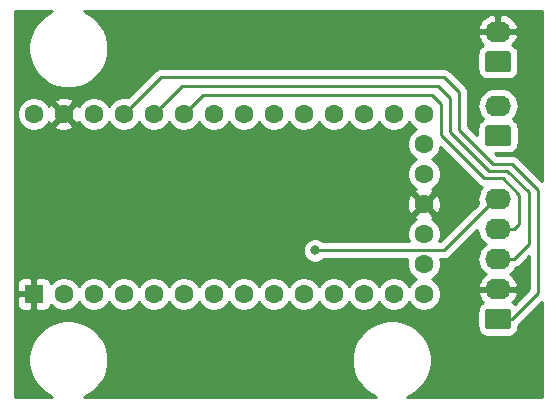
<source format=gtl>
G04 #@! TF.GenerationSoftware,KiCad,Pcbnew,5.1.2*
G04 #@! TF.CreationDate,2019-05-29T15:55:21-05:00*
G04 #@! TF.ProjectId,VaneController,56616e65-436f-46e7-9472-6f6c6c65722e,rev?*
G04 #@! TF.SameCoordinates,Original*
G04 #@! TF.FileFunction,Copper,L1,Top*
G04 #@! TF.FilePolarity,Positive*
%FSLAX46Y46*%
G04 Gerber Fmt 4.6, Leading zero omitted, Abs format (unit mm)*
G04 Created by KiCad (PCBNEW 5.1.2) date 2019-05-29 15:55:21*
%MOMM*%
%LPD*%
G04 APERTURE LIST*
%ADD10C,1.600000*%
%ADD11R,1.600000X1.600000*%
%ADD12C,0.100000*%
%ADD13C,1.740000*%
%ADD14O,2.200000X1.740000*%
%ADD15C,0.800000*%
%ADD16C,0.250000*%
%ADD17C,0.254000*%
G04 APERTURE END LIST*
D10*
X183717001Y-57987001D03*
X183717001Y-55447001D03*
X183717001Y-52907001D03*
X183717001Y-50367001D03*
X183717001Y-60527001D03*
X183717001Y-63067001D03*
X183717001Y-65607001D03*
X181177001Y-50367001D03*
X178637001Y-50367001D03*
X176097001Y-50367001D03*
X173557001Y-50367001D03*
X171017001Y-50367001D03*
X168477001Y-50367001D03*
X165937001Y-50367001D03*
X163397001Y-50367001D03*
X160857001Y-50367001D03*
X158317001Y-50367001D03*
X155777001Y-50367001D03*
X153237001Y-50367001D03*
X150697001Y-50367001D03*
X181177001Y-65607001D03*
X178637001Y-65607001D03*
X176097001Y-65607001D03*
X173557001Y-65607001D03*
X171017001Y-65607001D03*
X168477001Y-65607001D03*
X165937001Y-65607001D03*
X163397001Y-65607001D03*
X160857001Y-65607001D03*
X158317001Y-65607001D03*
X155777001Y-65607001D03*
X153237001Y-65607001D03*
D11*
X150697001Y-65607001D03*
D12*
G36*
X190866505Y-45071204D02*
G01*
X190890773Y-45074804D01*
X190914572Y-45080765D01*
X190937671Y-45089030D01*
X190959850Y-45099520D01*
X190980893Y-45112132D01*
X191000599Y-45126747D01*
X191018777Y-45143223D01*
X191035253Y-45161401D01*
X191049868Y-45181107D01*
X191062480Y-45202150D01*
X191072970Y-45224329D01*
X191081235Y-45247428D01*
X191087196Y-45271227D01*
X191090796Y-45295495D01*
X191092000Y-45319999D01*
X191092000Y-46560001D01*
X191090796Y-46584505D01*
X191087196Y-46608773D01*
X191081235Y-46632572D01*
X191072970Y-46655671D01*
X191062480Y-46677850D01*
X191049868Y-46698893D01*
X191035253Y-46718599D01*
X191018777Y-46736777D01*
X191000599Y-46753253D01*
X190980893Y-46767868D01*
X190959850Y-46780480D01*
X190937671Y-46790970D01*
X190914572Y-46799235D01*
X190890773Y-46805196D01*
X190866505Y-46808796D01*
X190842001Y-46810000D01*
X189141999Y-46810000D01*
X189117495Y-46808796D01*
X189093227Y-46805196D01*
X189069428Y-46799235D01*
X189046329Y-46790970D01*
X189024150Y-46780480D01*
X189003107Y-46767868D01*
X188983401Y-46753253D01*
X188965223Y-46736777D01*
X188948747Y-46718599D01*
X188934132Y-46698893D01*
X188921520Y-46677850D01*
X188911030Y-46655671D01*
X188902765Y-46632572D01*
X188896804Y-46608773D01*
X188893204Y-46584505D01*
X188892000Y-46560001D01*
X188892000Y-45319999D01*
X188893204Y-45295495D01*
X188896804Y-45271227D01*
X188902765Y-45247428D01*
X188911030Y-45224329D01*
X188921520Y-45202150D01*
X188934132Y-45181107D01*
X188948747Y-45161401D01*
X188965223Y-45143223D01*
X188983401Y-45126747D01*
X189003107Y-45112132D01*
X189024150Y-45099520D01*
X189046329Y-45089030D01*
X189069428Y-45080765D01*
X189093227Y-45074804D01*
X189117495Y-45071204D01*
X189141999Y-45070000D01*
X190842001Y-45070000D01*
X190866505Y-45071204D01*
X190866505Y-45071204D01*
G37*
D13*
X189992000Y-45940000D03*
D14*
X189992000Y-43400000D03*
D12*
G36*
X190866505Y-66871204D02*
G01*
X190890773Y-66874804D01*
X190914572Y-66880765D01*
X190937671Y-66889030D01*
X190959850Y-66899520D01*
X190980893Y-66912132D01*
X191000599Y-66926747D01*
X191018777Y-66943223D01*
X191035253Y-66961401D01*
X191049868Y-66981107D01*
X191062480Y-67002150D01*
X191072970Y-67024329D01*
X191081235Y-67047428D01*
X191087196Y-67071227D01*
X191090796Y-67095495D01*
X191092000Y-67119999D01*
X191092000Y-68360001D01*
X191090796Y-68384505D01*
X191087196Y-68408773D01*
X191081235Y-68432572D01*
X191072970Y-68455671D01*
X191062480Y-68477850D01*
X191049868Y-68498893D01*
X191035253Y-68518599D01*
X191018777Y-68536777D01*
X191000599Y-68553253D01*
X190980893Y-68567868D01*
X190959850Y-68580480D01*
X190937671Y-68590970D01*
X190914572Y-68599235D01*
X190890773Y-68605196D01*
X190866505Y-68608796D01*
X190842001Y-68610000D01*
X189141999Y-68610000D01*
X189117495Y-68608796D01*
X189093227Y-68605196D01*
X189069428Y-68599235D01*
X189046329Y-68590970D01*
X189024150Y-68580480D01*
X189003107Y-68567868D01*
X188983401Y-68553253D01*
X188965223Y-68536777D01*
X188948747Y-68518599D01*
X188934132Y-68498893D01*
X188921520Y-68477850D01*
X188911030Y-68455671D01*
X188902765Y-68432572D01*
X188896804Y-68408773D01*
X188893204Y-68384505D01*
X188892000Y-68360001D01*
X188892000Y-67119999D01*
X188893204Y-67095495D01*
X188896804Y-67071227D01*
X188902765Y-67047428D01*
X188911030Y-67024329D01*
X188921520Y-67002150D01*
X188934132Y-66981107D01*
X188948747Y-66961401D01*
X188965223Y-66943223D01*
X188983401Y-66926747D01*
X189003107Y-66912132D01*
X189024150Y-66899520D01*
X189046329Y-66889030D01*
X189069428Y-66880765D01*
X189093227Y-66874804D01*
X189117495Y-66871204D01*
X189141999Y-66870000D01*
X190842001Y-66870000D01*
X190866505Y-66871204D01*
X190866505Y-66871204D01*
G37*
D13*
X189992000Y-67740000D03*
D14*
X189992000Y-65200000D03*
X189992000Y-62660000D03*
X189992000Y-60120000D03*
X189992000Y-57580000D03*
D12*
G36*
X190874505Y-51331204D02*
G01*
X190898773Y-51334804D01*
X190922572Y-51340765D01*
X190945671Y-51349030D01*
X190967850Y-51359520D01*
X190988893Y-51372132D01*
X191008599Y-51386747D01*
X191026777Y-51403223D01*
X191043253Y-51421401D01*
X191057868Y-51441107D01*
X191070480Y-51462150D01*
X191080970Y-51484329D01*
X191089235Y-51507428D01*
X191095196Y-51531227D01*
X191098796Y-51555495D01*
X191100000Y-51579999D01*
X191100000Y-52820001D01*
X191098796Y-52844505D01*
X191095196Y-52868773D01*
X191089235Y-52892572D01*
X191080970Y-52915671D01*
X191070480Y-52937850D01*
X191057868Y-52958893D01*
X191043253Y-52978599D01*
X191026777Y-52996777D01*
X191008599Y-53013253D01*
X190988893Y-53027868D01*
X190967850Y-53040480D01*
X190945671Y-53050970D01*
X190922572Y-53059235D01*
X190898773Y-53065196D01*
X190874505Y-53068796D01*
X190850001Y-53070000D01*
X189149999Y-53070000D01*
X189125495Y-53068796D01*
X189101227Y-53065196D01*
X189077428Y-53059235D01*
X189054329Y-53050970D01*
X189032150Y-53040480D01*
X189011107Y-53027868D01*
X188991401Y-53013253D01*
X188973223Y-52996777D01*
X188956747Y-52978599D01*
X188942132Y-52958893D01*
X188929520Y-52937850D01*
X188919030Y-52915671D01*
X188910765Y-52892572D01*
X188904804Y-52868773D01*
X188901204Y-52844505D01*
X188900000Y-52820001D01*
X188900000Y-51579999D01*
X188901204Y-51555495D01*
X188904804Y-51531227D01*
X188910765Y-51507428D01*
X188919030Y-51484329D01*
X188929520Y-51462150D01*
X188942132Y-51441107D01*
X188956747Y-51421401D01*
X188973223Y-51403223D01*
X188991401Y-51386747D01*
X189011107Y-51372132D01*
X189032150Y-51359520D01*
X189054329Y-51349030D01*
X189077428Y-51340765D01*
X189101227Y-51334804D01*
X189125495Y-51331204D01*
X189149999Y-51330000D01*
X190850001Y-51330000D01*
X190874505Y-51331204D01*
X190874505Y-51331204D01*
G37*
D13*
X190000000Y-52200000D03*
D14*
X190000000Y-49660000D03*
D15*
X174504000Y-61926000D03*
D16*
X191192000Y-67740000D02*
X189992000Y-67740000D01*
X193400000Y-65532000D02*
X191192000Y-67740000D01*
X193400000Y-56800000D02*
X193400000Y-65532000D01*
X191200000Y-54600000D02*
X193400000Y-56800000D01*
X161440002Y-47244000D02*
X185420000Y-47244000D01*
X186690000Y-51690000D02*
X189600000Y-54600000D01*
X158317001Y-50367001D02*
X161440002Y-47244000D01*
X186690000Y-48514000D02*
X186690000Y-51690000D01*
X189600000Y-54600000D02*
X191200000Y-54600000D01*
X185420000Y-47244000D02*
X186690000Y-48514000D01*
X184912000Y-48006000D02*
X163218002Y-48006000D01*
X163218002Y-48006000D02*
X160857001Y-50367001D01*
X185928000Y-51928000D02*
X185928000Y-49022000D01*
X191342000Y-62660000D02*
X192600000Y-61402000D01*
X192600000Y-61402000D02*
X192600000Y-57000000D01*
X189992000Y-62660000D02*
X191342000Y-62660000D01*
X190800000Y-55200000D02*
X189200000Y-55200000D01*
X185928000Y-49022000D02*
X184912000Y-48006000D01*
X192600000Y-57000000D02*
X190800000Y-55200000D01*
X189200000Y-55200000D02*
X185928000Y-51928000D01*
X191342000Y-60120000D02*
X189992000Y-60120000D01*
X191800000Y-57200000D02*
X191800000Y-59662000D01*
X190400000Y-55800000D02*
X191800000Y-57200000D01*
X164996002Y-48768000D02*
X184404000Y-48768000D01*
X163397001Y-50367001D02*
X164996002Y-48768000D01*
X191800000Y-59662000D02*
X191342000Y-60120000D01*
X184404000Y-48768000D02*
X185166000Y-49530000D01*
X185166000Y-52166000D02*
X188800000Y-55800000D01*
X185166000Y-49530000D02*
X185166000Y-52166000D01*
X188800000Y-55800000D02*
X190400000Y-55800000D01*
X189992000Y-56896000D02*
X189762000Y-56896000D01*
X189762000Y-57580000D02*
X189992000Y-57580000D01*
X185416000Y-61926000D02*
X189762000Y-57580000D01*
X174504000Y-61926000D02*
X185416000Y-61926000D01*
D17*
G36*
X151996601Y-41800252D02*
G01*
X151442188Y-42170698D01*
X150970698Y-42642188D01*
X150600252Y-43196601D01*
X150345083Y-43812632D01*
X150215000Y-44466607D01*
X150215000Y-45133393D01*
X150345083Y-45787368D01*
X150600252Y-46403399D01*
X150970698Y-46957812D01*
X151442188Y-47429302D01*
X151996601Y-47799748D01*
X152612632Y-48054917D01*
X153266607Y-48185000D01*
X153933393Y-48185000D01*
X154587368Y-48054917D01*
X155203399Y-47799748D01*
X155757812Y-47429302D01*
X156229302Y-46957812D01*
X156599748Y-46403399D01*
X156854917Y-45787368D01*
X156947881Y-45319999D01*
X188253928Y-45319999D01*
X188253928Y-46560001D01*
X188270992Y-46733255D01*
X188321528Y-46899851D01*
X188403595Y-47053387D01*
X188514038Y-47187962D01*
X188648613Y-47298405D01*
X188802149Y-47380472D01*
X188968745Y-47431008D01*
X189141999Y-47448072D01*
X190842001Y-47448072D01*
X191015255Y-47431008D01*
X191181851Y-47380472D01*
X191335387Y-47298405D01*
X191469962Y-47187962D01*
X191580405Y-47053387D01*
X191662472Y-46899851D01*
X191713008Y-46733255D01*
X191730072Y-46560001D01*
X191730072Y-45319999D01*
X191713008Y-45146745D01*
X191662472Y-44980149D01*
X191580405Y-44826613D01*
X191469962Y-44692038D01*
X191335387Y-44581595D01*
X191226686Y-44523493D01*
X191382536Y-44370494D01*
X191549571Y-44125437D01*
X191665588Y-43852502D01*
X191683302Y-43760031D01*
X191562246Y-43527000D01*
X190119000Y-43527000D01*
X190119000Y-43547000D01*
X189865000Y-43547000D01*
X189865000Y-43527000D01*
X188421754Y-43527000D01*
X188300698Y-43760031D01*
X188318412Y-43852502D01*
X188434429Y-44125437D01*
X188601464Y-44370494D01*
X188757314Y-44523493D01*
X188648613Y-44581595D01*
X188514038Y-44692038D01*
X188403595Y-44826613D01*
X188321528Y-44980149D01*
X188270992Y-45146745D01*
X188253928Y-45319999D01*
X156947881Y-45319999D01*
X156985000Y-45133393D01*
X156985000Y-44466607D01*
X156854917Y-43812632D01*
X156599748Y-43196601D01*
X156495091Y-43039969D01*
X188300698Y-43039969D01*
X188421754Y-43273000D01*
X189865000Y-43273000D01*
X189865000Y-42049414D01*
X190119000Y-42049414D01*
X190119000Y-43273000D01*
X191562246Y-43273000D01*
X191683302Y-43039969D01*
X191665588Y-42947498D01*
X191549571Y-42674563D01*
X191382536Y-42429506D01*
X191170903Y-42221744D01*
X190922804Y-42059262D01*
X190647773Y-41948304D01*
X190356380Y-41893134D01*
X190119000Y-42049414D01*
X189865000Y-42049414D01*
X189627620Y-41893134D01*
X189336227Y-41948304D01*
X189061196Y-42059262D01*
X188813097Y-42221744D01*
X188601464Y-42429506D01*
X188434429Y-42674563D01*
X188318412Y-42947498D01*
X188300698Y-43039969D01*
X156495091Y-43039969D01*
X156229302Y-42642188D01*
X155757812Y-42170698D01*
X155203399Y-41800252D01*
X154925157Y-41685000D01*
X193715000Y-41685000D01*
X193715000Y-56040199D01*
X191763804Y-54089003D01*
X191740001Y-54059999D01*
X191624276Y-53965026D01*
X191492247Y-53894454D01*
X191348986Y-53850997D01*
X191237333Y-53840000D01*
X191237322Y-53840000D01*
X191200000Y-53836324D01*
X191162678Y-53840000D01*
X189914803Y-53840000D01*
X189782875Y-53708072D01*
X190850001Y-53708072D01*
X191023255Y-53691008D01*
X191189851Y-53640472D01*
X191343387Y-53558405D01*
X191477962Y-53447962D01*
X191588405Y-53313387D01*
X191670472Y-53159851D01*
X191721008Y-52993255D01*
X191738072Y-52820001D01*
X191738072Y-51579999D01*
X191721008Y-51406745D01*
X191670472Y-51240149D01*
X191588405Y-51086613D01*
X191477962Y-50952038D01*
X191343387Y-50841595D01*
X191233886Y-50783066D01*
X191299345Y-50729345D01*
X191487417Y-50500179D01*
X191627166Y-50238725D01*
X191713224Y-49955032D01*
X191742282Y-49660000D01*
X191713224Y-49364968D01*
X191627166Y-49081275D01*
X191487417Y-48819821D01*
X191299345Y-48590655D01*
X191070179Y-48402583D01*
X190808725Y-48262834D01*
X190525032Y-48176776D01*
X190303936Y-48155000D01*
X189696064Y-48155000D01*
X189474968Y-48176776D01*
X189191275Y-48262834D01*
X188929821Y-48402583D01*
X188700655Y-48590655D01*
X188512583Y-48819821D01*
X188372834Y-49081275D01*
X188286776Y-49364968D01*
X188257718Y-49660000D01*
X188286776Y-49955032D01*
X188372834Y-50238725D01*
X188512583Y-50500179D01*
X188700655Y-50729345D01*
X188766114Y-50783066D01*
X188656613Y-50841595D01*
X188522038Y-50952038D01*
X188411595Y-51086613D01*
X188329528Y-51240149D01*
X188278992Y-51406745D01*
X188261928Y-51579999D01*
X188261928Y-52187126D01*
X187450000Y-51375199D01*
X187450000Y-48551322D01*
X187453676Y-48513999D01*
X187450000Y-48476676D01*
X187450000Y-48476667D01*
X187439003Y-48365014D01*
X187395546Y-48221753D01*
X187324974Y-48089724D01*
X187230001Y-47973999D01*
X187201004Y-47950202D01*
X185983804Y-46733003D01*
X185960001Y-46703999D01*
X185844276Y-46609026D01*
X185712247Y-46538454D01*
X185568986Y-46494997D01*
X185457333Y-46484000D01*
X185457322Y-46484000D01*
X185420000Y-46480324D01*
X185382678Y-46484000D01*
X161477324Y-46484000D01*
X161440001Y-46480324D01*
X161402678Y-46484000D01*
X161402669Y-46484000D01*
X161291016Y-46494997D01*
X161147755Y-46538454D01*
X161015726Y-46609026D01*
X160900001Y-46703999D01*
X160876203Y-46732997D01*
X158640887Y-48968313D01*
X158458336Y-48932001D01*
X158175666Y-48932001D01*
X157898427Y-48987148D01*
X157637274Y-49095321D01*
X157402242Y-49252364D01*
X157202364Y-49452242D01*
X157047001Y-49684760D01*
X156891638Y-49452242D01*
X156691760Y-49252364D01*
X156456728Y-49095321D01*
X156195575Y-48987148D01*
X155918336Y-48932001D01*
X155635666Y-48932001D01*
X155358427Y-48987148D01*
X155097274Y-49095321D01*
X154862242Y-49252364D01*
X154662364Y-49452242D01*
X154506086Y-49686129D01*
X154473672Y-49625487D01*
X154229703Y-49553904D01*
X153416606Y-50367001D01*
X154229703Y-51180098D01*
X154473672Y-51108515D01*
X154504195Y-51044009D01*
X154505321Y-51046728D01*
X154662364Y-51281760D01*
X154862242Y-51481638D01*
X155097274Y-51638681D01*
X155358427Y-51746854D01*
X155635666Y-51802001D01*
X155918336Y-51802001D01*
X156195575Y-51746854D01*
X156456728Y-51638681D01*
X156691760Y-51481638D01*
X156891638Y-51281760D01*
X157047001Y-51049242D01*
X157202364Y-51281760D01*
X157402242Y-51481638D01*
X157637274Y-51638681D01*
X157898427Y-51746854D01*
X158175666Y-51802001D01*
X158458336Y-51802001D01*
X158735575Y-51746854D01*
X158996728Y-51638681D01*
X159231760Y-51481638D01*
X159431638Y-51281760D01*
X159587001Y-51049242D01*
X159742364Y-51281760D01*
X159942242Y-51481638D01*
X160177274Y-51638681D01*
X160438427Y-51746854D01*
X160715666Y-51802001D01*
X160998336Y-51802001D01*
X161275575Y-51746854D01*
X161536728Y-51638681D01*
X161771760Y-51481638D01*
X161971638Y-51281760D01*
X162127001Y-51049242D01*
X162282364Y-51281760D01*
X162482242Y-51481638D01*
X162717274Y-51638681D01*
X162978427Y-51746854D01*
X163255666Y-51802001D01*
X163538336Y-51802001D01*
X163815575Y-51746854D01*
X164076728Y-51638681D01*
X164311760Y-51481638D01*
X164511638Y-51281760D01*
X164667001Y-51049242D01*
X164822364Y-51281760D01*
X165022242Y-51481638D01*
X165257274Y-51638681D01*
X165518427Y-51746854D01*
X165795666Y-51802001D01*
X166078336Y-51802001D01*
X166355575Y-51746854D01*
X166616728Y-51638681D01*
X166851760Y-51481638D01*
X167051638Y-51281760D01*
X167207001Y-51049242D01*
X167362364Y-51281760D01*
X167562242Y-51481638D01*
X167797274Y-51638681D01*
X168058427Y-51746854D01*
X168335666Y-51802001D01*
X168618336Y-51802001D01*
X168895575Y-51746854D01*
X169156728Y-51638681D01*
X169391760Y-51481638D01*
X169591638Y-51281760D01*
X169747001Y-51049242D01*
X169902364Y-51281760D01*
X170102242Y-51481638D01*
X170337274Y-51638681D01*
X170598427Y-51746854D01*
X170875666Y-51802001D01*
X171158336Y-51802001D01*
X171435575Y-51746854D01*
X171696728Y-51638681D01*
X171931760Y-51481638D01*
X172131638Y-51281760D01*
X172287001Y-51049242D01*
X172442364Y-51281760D01*
X172642242Y-51481638D01*
X172877274Y-51638681D01*
X173138427Y-51746854D01*
X173415666Y-51802001D01*
X173698336Y-51802001D01*
X173975575Y-51746854D01*
X174236728Y-51638681D01*
X174471760Y-51481638D01*
X174671638Y-51281760D01*
X174827001Y-51049242D01*
X174982364Y-51281760D01*
X175182242Y-51481638D01*
X175417274Y-51638681D01*
X175678427Y-51746854D01*
X175955666Y-51802001D01*
X176238336Y-51802001D01*
X176515575Y-51746854D01*
X176776728Y-51638681D01*
X177011760Y-51481638D01*
X177211638Y-51281760D01*
X177367001Y-51049242D01*
X177522364Y-51281760D01*
X177722242Y-51481638D01*
X177957274Y-51638681D01*
X178218427Y-51746854D01*
X178495666Y-51802001D01*
X178778336Y-51802001D01*
X179055575Y-51746854D01*
X179316728Y-51638681D01*
X179551760Y-51481638D01*
X179751638Y-51281760D01*
X179907001Y-51049242D01*
X180062364Y-51281760D01*
X180262242Y-51481638D01*
X180497274Y-51638681D01*
X180758427Y-51746854D01*
X181035666Y-51802001D01*
X181318336Y-51802001D01*
X181595575Y-51746854D01*
X181856728Y-51638681D01*
X182091760Y-51481638D01*
X182291638Y-51281760D01*
X182447001Y-51049242D01*
X182602364Y-51281760D01*
X182802242Y-51481638D01*
X183034760Y-51637001D01*
X182802242Y-51792364D01*
X182602364Y-51992242D01*
X182445321Y-52227274D01*
X182337148Y-52488427D01*
X182282001Y-52765666D01*
X182282001Y-53048336D01*
X182337148Y-53325575D01*
X182445321Y-53586728D01*
X182602364Y-53821760D01*
X182802242Y-54021638D01*
X183034760Y-54177001D01*
X182802242Y-54332364D01*
X182602364Y-54532242D01*
X182445321Y-54767274D01*
X182337148Y-55028427D01*
X182282001Y-55305666D01*
X182282001Y-55588336D01*
X182337148Y-55865575D01*
X182445321Y-56126728D01*
X182602364Y-56361760D01*
X182802242Y-56561638D01*
X183036129Y-56717916D01*
X182975487Y-56750330D01*
X182903904Y-56994299D01*
X183717001Y-57807396D01*
X184530098Y-56994299D01*
X184458515Y-56750330D01*
X184394009Y-56719807D01*
X184396728Y-56718681D01*
X184631760Y-56561638D01*
X184831638Y-56361760D01*
X184988681Y-56126728D01*
X185096854Y-55865575D01*
X185152001Y-55588336D01*
X185152001Y-55305666D01*
X185096854Y-55028427D01*
X184988681Y-54767274D01*
X184831638Y-54532242D01*
X184631760Y-54332364D01*
X184399242Y-54177001D01*
X184631760Y-54021638D01*
X184831638Y-53821760D01*
X184988681Y-53586728D01*
X185096854Y-53325575D01*
X185122391Y-53197192D01*
X188236200Y-56311002D01*
X188259999Y-56340001D01*
X188288997Y-56363799D01*
X188375723Y-56434974D01*
X188507753Y-56505546D01*
X188651014Y-56549003D01*
X188660423Y-56549930D01*
X188504583Y-56739821D01*
X188364834Y-57001275D01*
X188278776Y-57284968D01*
X188249718Y-57580000D01*
X188278776Y-57875032D01*
X188305167Y-57962031D01*
X185101199Y-61166000D01*
X185005551Y-61166000D01*
X185096854Y-60945575D01*
X185152001Y-60668336D01*
X185152001Y-60385666D01*
X185096854Y-60108427D01*
X184988681Y-59847274D01*
X184831638Y-59612242D01*
X184631760Y-59412364D01*
X184397873Y-59256086D01*
X184458515Y-59223672D01*
X184530098Y-58979703D01*
X183717001Y-58166606D01*
X182903904Y-58979703D01*
X182975487Y-59223672D01*
X183039993Y-59254195D01*
X183037274Y-59255321D01*
X182802242Y-59412364D01*
X182602364Y-59612242D01*
X182445321Y-59847274D01*
X182337148Y-60108427D01*
X182282001Y-60385666D01*
X182282001Y-60668336D01*
X182337148Y-60945575D01*
X182428451Y-61166000D01*
X175207711Y-61166000D01*
X175163774Y-61122063D01*
X174994256Y-61008795D01*
X174805898Y-60930774D01*
X174605939Y-60891000D01*
X174402061Y-60891000D01*
X174202102Y-60930774D01*
X174013744Y-61008795D01*
X173844226Y-61122063D01*
X173700063Y-61266226D01*
X173586795Y-61435744D01*
X173508774Y-61624102D01*
X173469000Y-61824061D01*
X173469000Y-62027939D01*
X173508774Y-62227898D01*
X173586795Y-62416256D01*
X173700063Y-62585774D01*
X173844226Y-62729937D01*
X174013744Y-62843205D01*
X174202102Y-62921226D01*
X174402061Y-62961000D01*
X174605939Y-62961000D01*
X174805898Y-62921226D01*
X174994256Y-62843205D01*
X175163774Y-62729937D01*
X175207711Y-62686000D01*
X182329674Y-62686000D01*
X182282001Y-62925666D01*
X182282001Y-63208336D01*
X182337148Y-63485575D01*
X182445321Y-63746728D01*
X182602364Y-63981760D01*
X182802242Y-64181638D01*
X183034760Y-64337001D01*
X182802242Y-64492364D01*
X182602364Y-64692242D01*
X182447001Y-64924760D01*
X182291638Y-64692242D01*
X182091760Y-64492364D01*
X181856728Y-64335321D01*
X181595575Y-64227148D01*
X181318336Y-64172001D01*
X181035666Y-64172001D01*
X180758427Y-64227148D01*
X180497274Y-64335321D01*
X180262242Y-64492364D01*
X180062364Y-64692242D01*
X179907001Y-64924760D01*
X179751638Y-64692242D01*
X179551760Y-64492364D01*
X179316728Y-64335321D01*
X179055575Y-64227148D01*
X178778336Y-64172001D01*
X178495666Y-64172001D01*
X178218427Y-64227148D01*
X177957274Y-64335321D01*
X177722242Y-64492364D01*
X177522364Y-64692242D01*
X177367001Y-64924760D01*
X177211638Y-64692242D01*
X177011760Y-64492364D01*
X176776728Y-64335321D01*
X176515575Y-64227148D01*
X176238336Y-64172001D01*
X175955666Y-64172001D01*
X175678427Y-64227148D01*
X175417274Y-64335321D01*
X175182242Y-64492364D01*
X174982364Y-64692242D01*
X174827001Y-64924760D01*
X174671638Y-64692242D01*
X174471760Y-64492364D01*
X174236728Y-64335321D01*
X173975575Y-64227148D01*
X173698336Y-64172001D01*
X173415666Y-64172001D01*
X173138427Y-64227148D01*
X172877274Y-64335321D01*
X172642242Y-64492364D01*
X172442364Y-64692242D01*
X172287001Y-64924760D01*
X172131638Y-64692242D01*
X171931760Y-64492364D01*
X171696728Y-64335321D01*
X171435575Y-64227148D01*
X171158336Y-64172001D01*
X170875666Y-64172001D01*
X170598427Y-64227148D01*
X170337274Y-64335321D01*
X170102242Y-64492364D01*
X169902364Y-64692242D01*
X169747001Y-64924760D01*
X169591638Y-64692242D01*
X169391760Y-64492364D01*
X169156728Y-64335321D01*
X168895575Y-64227148D01*
X168618336Y-64172001D01*
X168335666Y-64172001D01*
X168058427Y-64227148D01*
X167797274Y-64335321D01*
X167562242Y-64492364D01*
X167362364Y-64692242D01*
X167207001Y-64924760D01*
X167051638Y-64692242D01*
X166851760Y-64492364D01*
X166616728Y-64335321D01*
X166355575Y-64227148D01*
X166078336Y-64172001D01*
X165795666Y-64172001D01*
X165518427Y-64227148D01*
X165257274Y-64335321D01*
X165022242Y-64492364D01*
X164822364Y-64692242D01*
X164667001Y-64924760D01*
X164511638Y-64692242D01*
X164311760Y-64492364D01*
X164076728Y-64335321D01*
X163815575Y-64227148D01*
X163538336Y-64172001D01*
X163255666Y-64172001D01*
X162978427Y-64227148D01*
X162717274Y-64335321D01*
X162482242Y-64492364D01*
X162282364Y-64692242D01*
X162127001Y-64924760D01*
X161971638Y-64692242D01*
X161771760Y-64492364D01*
X161536728Y-64335321D01*
X161275575Y-64227148D01*
X160998336Y-64172001D01*
X160715666Y-64172001D01*
X160438427Y-64227148D01*
X160177274Y-64335321D01*
X159942242Y-64492364D01*
X159742364Y-64692242D01*
X159587001Y-64924760D01*
X159431638Y-64692242D01*
X159231760Y-64492364D01*
X158996728Y-64335321D01*
X158735575Y-64227148D01*
X158458336Y-64172001D01*
X158175666Y-64172001D01*
X157898427Y-64227148D01*
X157637274Y-64335321D01*
X157402242Y-64492364D01*
X157202364Y-64692242D01*
X157047001Y-64924760D01*
X156891638Y-64692242D01*
X156691760Y-64492364D01*
X156456728Y-64335321D01*
X156195575Y-64227148D01*
X155918336Y-64172001D01*
X155635666Y-64172001D01*
X155358427Y-64227148D01*
X155097274Y-64335321D01*
X154862242Y-64492364D01*
X154662364Y-64692242D01*
X154507001Y-64924760D01*
X154351638Y-64692242D01*
X154151760Y-64492364D01*
X153916728Y-64335321D01*
X153655575Y-64227148D01*
X153378336Y-64172001D01*
X153095666Y-64172001D01*
X152818427Y-64227148D01*
X152557274Y-64335321D01*
X152322242Y-64492364D01*
X152123644Y-64690962D01*
X152122813Y-64682519D01*
X152086503Y-64562821D01*
X152027538Y-64452507D01*
X151948186Y-64355816D01*
X151851495Y-64276464D01*
X151741181Y-64217499D01*
X151621483Y-64181189D01*
X151497001Y-64168929D01*
X150982751Y-64172001D01*
X150824001Y-64330751D01*
X150824001Y-65480001D01*
X150844001Y-65480001D01*
X150844001Y-65734001D01*
X150824001Y-65734001D01*
X150824001Y-66883251D01*
X150982751Y-67042001D01*
X151497001Y-67045073D01*
X151621483Y-67032813D01*
X151741181Y-66996503D01*
X151851495Y-66937538D01*
X151948186Y-66858186D01*
X152027538Y-66761495D01*
X152086503Y-66651181D01*
X152122813Y-66531483D01*
X152123644Y-66523040D01*
X152322242Y-66721638D01*
X152557274Y-66878681D01*
X152818427Y-66986854D01*
X153095666Y-67042001D01*
X153378336Y-67042001D01*
X153655575Y-66986854D01*
X153916728Y-66878681D01*
X154151760Y-66721638D01*
X154351638Y-66521760D01*
X154507001Y-66289242D01*
X154662364Y-66521760D01*
X154862242Y-66721638D01*
X155097274Y-66878681D01*
X155358427Y-66986854D01*
X155635666Y-67042001D01*
X155918336Y-67042001D01*
X156195575Y-66986854D01*
X156456728Y-66878681D01*
X156691760Y-66721638D01*
X156891638Y-66521760D01*
X157047001Y-66289242D01*
X157202364Y-66521760D01*
X157402242Y-66721638D01*
X157637274Y-66878681D01*
X157898427Y-66986854D01*
X158175666Y-67042001D01*
X158458336Y-67042001D01*
X158735575Y-66986854D01*
X158996728Y-66878681D01*
X159231760Y-66721638D01*
X159431638Y-66521760D01*
X159587001Y-66289242D01*
X159742364Y-66521760D01*
X159942242Y-66721638D01*
X160177274Y-66878681D01*
X160438427Y-66986854D01*
X160715666Y-67042001D01*
X160998336Y-67042001D01*
X161275575Y-66986854D01*
X161536728Y-66878681D01*
X161771760Y-66721638D01*
X161971638Y-66521760D01*
X162127001Y-66289242D01*
X162282364Y-66521760D01*
X162482242Y-66721638D01*
X162717274Y-66878681D01*
X162978427Y-66986854D01*
X163255666Y-67042001D01*
X163538336Y-67042001D01*
X163815575Y-66986854D01*
X164076728Y-66878681D01*
X164311760Y-66721638D01*
X164511638Y-66521760D01*
X164667001Y-66289242D01*
X164822364Y-66521760D01*
X165022242Y-66721638D01*
X165257274Y-66878681D01*
X165518427Y-66986854D01*
X165795666Y-67042001D01*
X166078336Y-67042001D01*
X166355575Y-66986854D01*
X166616728Y-66878681D01*
X166851760Y-66721638D01*
X167051638Y-66521760D01*
X167207001Y-66289242D01*
X167362364Y-66521760D01*
X167562242Y-66721638D01*
X167797274Y-66878681D01*
X168058427Y-66986854D01*
X168335666Y-67042001D01*
X168618336Y-67042001D01*
X168895575Y-66986854D01*
X169156728Y-66878681D01*
X169391760Y-66721638D01*
X169591638Y-66521760D01*
X169747001Y-66289242D01*
X169902364Y-66521760D01*
X170102242Y-66721638D01*
X170337274Y-66878681D01*
X170598427Y-66986854D01*
X170875666Y-67042001D01*
X171158336Y-67042001D01*
X171435575Y-66986854D01*
X171696728Y-66878681D01*
X171931760Y-66721638D01*
X172131638Y-66521760D01*
X172287001Y-66289242D01*
X172442364Y-66521760D01*
X172642242Y-66721638D01*
X172877274Y-66878681D01*
X173138427Y-66986854D01*
X173415666Y-67042001D01*
X173698336Y-67042001D01*
X173975575Y-66986854D01*
X174236728Y-66878681D01*
X174471760Y-66721638D01*
X174671638Y-66521760D01*
X174827001Y-66289242D01*
X174982364Y-66521760D01*
X175182242Y-66721638D01*
X175417274Y-66878681D01*
X175678427Y-66986854D01*
X175955666Y-67042001D01*
X176238336Y-67042001D01*
X176515575Y-66986854D01*
X176776728Y-66878681D01*
X177011760Y-66721638D01*
X177211638Y-66521760D01*
X177367001Y-66289242D01*
X177522364Y-66521760D01*
X177722242Y-66721638D01*
X177957274Y-66878681D01*
X178218427Y-66986854D01*
X178495666Y-67042001D01*
X178778336Y-67042001D01*
X179055575Y-66986854D01*
X179316728Y-66878681D01*
X179551760Y-66721638D01*
X179751638Y-66521760D01*
X179907001Y-66289242D01*
X180062364Y-66521760D01*
X180262242Y-66721638D01*
X180497274Y-66878681D01*
X180758427Y-66986854D01*
X181035666Y-67042001D01*
X181318336Y-67042001D01*
X181595575Y-66986854D01*
X181856728Y-66878681D01*
X182091760Y-66721638D01*
X182291638Y-66521760D01*
X182447001Y-66289242D01*
X182602364Y-66521760D01*
X182802242Y-66721638D01*
X183037274Y-66878681D01*
X183298427Y-66986854D01*
X183575666Y-67042001D01*
X183858336Y-67042001D01*
X184135575Y-66986854D01*
X184396728Y-66878681D01*
X184631760Y-66721638D01*
X184831638Y-66521760D01*
X184988681Y-66286728D01*
X185096854Y-66025575D01*
X185152001Y-65748336D01*
X185152001Y-65465666D01*
X185096854Y-65188427D01*
X184988681Y-64927274D01*
X184831638Y-64692242D01*
X184631760Y-64492364D01*
X184399242Y-64337001D01*
X184631760Y-64181638D01*
X184831638Y-63981760D01*
X184988681Y-63746728D01*
X185096854Y-63485575D01*
X185152001Y-63208336D01*
X185152001Y-62925666D01*
X185104328Y-62686000D01*
X185378678Y-62686000D01*
X185416000Y-62689676D01*
X185453322Y-62686000D01*
X185453333Y-62686000D01*
X185564986Y-62675003D01*
X185708247Y-62631546D01*
X185840276Y-62560974D01*
X185956001Y-62466001D01*
X185979804Y-62436997D01*
X188253940Y-60162862D01*
X188278776Y-60415032D01*
X188364834Y-60698725D01*
X188504583Y-60960179D01*
X188692655Y-61189345D01*
X188921821Y-61377417D01*
X188945362Y-61390000D01*
X188921821Y-61402583D01*
X188692655Y-61590655D01*
X188504583Y-61819821D01*
X188364834Y-62081275D01*
X188278776Y-62364968D01*
X188249718Y-62660000D01*
X188278776Y-62955032D01*
X188364834Y-63238725D01*
X188504583Y-63500179D01*
X188692655Y-63729345D01*
X188921821Y-63917417D01*
X188949669Y-63932302D01*
X188813097Y-64021744D01*
X188601464Y-64229506D01*
X188434429Y-64474563D01*
X188318412Y-64747498D01*
X188300698Y-64839969D01*
X188421754Y-65073000D01*
X189865000Y-65073000D01*
X189865000Y-65053000D01*
X190119000Y-65053000D01*
X190119000Y-65073000D01*
X191562246Y-65073000D01*
X191683302Y-64839969D01*
X191665588Y-64747498D01*
X191549571Y-64474563D01*
X191382536Y-64229506D01*
X191170903Y-64021744D01*
X191034331Y-63932302D01*
X191062179Y-63917417D01*
X191291345Y-63729345D01*
X191479417Y-63500179D01*
X191535343Y-63395548D01*
X191634247Y-63365546D01*
X191766276Y-63294974D01*
X191882001Y-63200001D01*
X191905804Y-63170997D01*
X192640001Y-62436801D01*
X192640001Y-65217197D01*
X191412400Y-66444798D01*
X191335387Y-66381595D01*
X191226686Y-66323493D01*
X191382536Y-66170494D01*
X191549571Y-65925437D01*
X191665588Y-65652502D01*
X191683302Y-65560031D01*
X191562246Y-65327000D01*
X190119000Y-65327000D01*
X190119000Y-65347000D01*
X189865000Y-65347000D01*
X189865000Y-65327000D01*
X188421754Y-65327000D01*
X188300698Y-65560031D01*
X188318412Y-65652502D01*
X188434429Y-65925437D01*
X188601464Y-66170494D01*
X188757314Y-66323493D01*
X188648613Y-66381595D01*
X188514038Y-66492038D01*
X188403595Y-66626613D01*
X188321528Y-66780149D01*
X188270992Y-66946745D01*
X188253928Y-67119999D01*
X188253928Y-68360001D01*
X188270992Y-68533255D01*
X188321528Y-68699851D01*
X188403595Y-68853387D01*
X188514038Y-68987962D01*
X188648613Y-69098405D01*
X188802149Y-69180472D01*
X188968745Y-69231008D01*
X189141999Y-69248072D01*
X190842001Y-69248072D01*
X191015255Y-69231008D01*
X191181851Y-69180472D01*
X191335387Y-69098405D01*
X191469962Y-68987962D01*
X191580405Y-68853387D01*
X191662472Y-68699851D01*
X191713008Y-68533255D01*
X191730072Y-68360001D01*
X191730072Y-68281584D01*
X191732001Y-68280001D01*
X191755804Y-68250997D01*
X193715001Y-66291801D01*
X193715001Y-74315000D01*
X182325157Y-74315000D01*
X182603399Y-74199748D01*
X183157812Y-73829302D01*
X183629302Y-73357812D01*
X183999748Y-72803399D01*
X184254917Y-72187368D01*
X184385000Y-71533393D01*
X184385000Y-70866607D01*
X184254917Y-70212632D01*
X183999748Y-69596601D01*
X183629302Y-69042188D01*
X183157812Y-68570698D01*
X182603399Y-68200252D01*
X181987368Y-67945083D01*
X181333393Y-67815000D01*
X180666607Y-67815000D01*
X180012632Y-67945083D01*
X179396601Y-68200252D01*
X178842188Y-68570698D01*
X178370698Y-69042188D01*
X178000252Y-69596601D01*
X177745083Y-70212632D01*
X177615000Y-70866607D01*
X177615000Y-71533393D01*
X177745083Y-72187368D01*
X178000252Y-72803399D01*
X178370698Y-73357812D01*
X178842188Y-73829302D01*
X179396601Y-74199748D01*
X179674843Y-74315000D01*
X154925157Y-74315000D01*
X155203399Y-74199748D01*
X155757812Y-73829302D01*
X156229302Y-73357812D01*
X156599748Y-72803399D01*
X156854917Y-72187368D01*
X156985000Y-71533393D01*
X156985000Y-70866607D01*
X156854917Y-70212632D01*
X156599748Y-69596601D01*
X156229302Y-69042188D01*
X155757812Y-68570698D01*
X155203399Y-68200252D01*
X154587368Y-67945083D01*
X153933393Y-67815000D01*
X153266607Y-67815000D01*
X152612632Y-67945083D01*
X151996601Y-68200252D01*
X151442188Y-68570698D01*
X150970698Y-69042188D01*
X150600252Y-69596601D01*
X150345083Y-70212632D01*
X150215000Y-70866607D01*
X150215000Y-71533393D01*
X150345083Y-72187368D01*
X150600252Y-72803399D01*
X150970698Y-73357812D01*
X151442188Y-73829302D01*
X151996601Y-74199748D01*
X152274843Y-74315000D01*
X149085000Y-74315000D01*
X149085000Y-66407001D01*
X149258929Y-66407001D01*
X149271189Y-66531483D01*
X149307499Y-66651181D01*
X149366464Y-66761495D01*
X149445816Y-66858186D01*
X149542507Y-66937538D01*
X149652821Y-66996503D01*
X149772519Y-67032813D01*
X149897001Y-67045073D01*
X150411251Y-67042001D01*
X150570001Y-66883251D01*
X150570001Y-65734001D01*
X149420751Y-65734001D01*
X149262001Y-65892751D01*
X149258929Y-66407001D01*
X149085000Y-66407001D01*
X149085000Y-64807001D01*
X149258929Y-64807001D01*
X149262001Y-65321251D01*
X149420751Y-65480001D01*
X150570001Y-65480001D01*
X150570001Y-64330751D01*
X150411251Y-64172001D01*
X149897001Y-64168929D01*
X149772519Y-64181189D01*
X149652821Y-64217499D01*
X149542507Y-64276464D01*
X149445816Y-64355816D01*
X149366464Y-64452507D01*
X149307499Y-64562821D01*
X149271189Y-64682519D01*
X149258929Y-64807001D01*
X149085000Y-64807001D01*
X149085000Y-58057513D01*
X182276784Y-58057513D01*
X182318214Y-58337131D01*
X182413398Y-58603293D01*
X182480330Y-58728515D01*
X182724299Y-58800098D01*
X183537396Y-57987001D01*
X183896606Y-57987001D01*
X184709703Y-58800098D01*
X184953672Y-58728515D01*
X185074572Y-58473005D01*
X185143301Y-58198817D01*
X185157218Y-57916489D01*
X185115788Y-57636871D01*
X185020604Y-57370709D01*
X184953672Y-57245487D01*
X184709703Y-57173904D01*
X183896606Y-57987001D01*
X183537396Y-57987001D01*
X182724299Y-57173904D01*
X182480330Y-57245487D01*
X182359430Y-57500997D01*
X182290701Y-57775185D01*
X182276784Y-58057513D01*
X149085000Y-58057513D01*
X149085000Y-50225666D01*
X149262001Y-50225666D01*
X149262001Y-50508336D01*
X149317148Y-50785575D01*
X149425321Y-51046728D01*
X149582364Y-51281760D01*
X149782242Y-51481638D01*
X150017274Y-51638681D01*
X150278427Y-51746854D01*
X150555666Y-51802001D01*
X150838336Y-51802001D01*
X151115575Y-51746854D01*
X151376728Y-51638681D01*
X151611760Y-51481638D01*
X151733695Y-51359703D01*
X152423904Y-51359703D01*
X152495487Y-51603672D01*
X152750997Y-51724572D01*
X153025185Y-51793301D01*
X153307513Y-51807218D01*
X153587131Y-51765788D01*
X153853293Y-51670604D01*
X153978515Y-51603672D01*
X154050098Y-51359703D01*
X153237001Y-50546606D01*
X152423904Y-51359703D01*
X151733695Y-51359703D01*
X151811638Y-51281760D01*
X151967916Y-51047873D01*
X152000330Y-51108515D01*
X152244299Y-51180098D01*
X153057396Y-50367001D01*
X152244299Y-49553904D01*
X152000330Y-49625487D01*
X151969807Y-49689993D01*
X151968681Y-49687274D01*
X151811638Y-49452242D01*
X151733695Y-49374299D01*
X152423904Y-49374299D01*
X153237001Y-50187396D01*
X154050098Y-49374299D01*
X153978515Y-49130330D01*
X153723005Y-49009430D01*
X153448817Y-48940701D01*
X153166489Y-48926784D01*
X152886871Y-48968214D01*
X152620709Y-49063398D01*
X152495487Y-49130330D01*
X152423904Y-49374299D01*
X151733695Y-49374299D01*
X151611760Y-49252364D01*
X151376728Y-49095321D01*
X151115575Y-48987148D01*
X150838336Y-48932001D01*
X150555666Y-48932001D01*
X150278427Y-48987148D01*
X150017274Y-49095321D01*
X149782242Y-49252364D01*
X149582364Y-49452242D01*
X149425321Y-49687274D01*
X149317148Y-49948427D01*
X149262001Y-50225666D01*
X149085000Y-50225666D01*
X149085000Y-41685000D01*
X152274843Y-41685000D01*
X151996601Y-41800252D01*
X151996601Y-41800252D01*
G37*
X151996601Y-41800252D02*
X151442188Y-42170698D01*
X150970698Y-42642188D01*
X150600252Y-43196601D01*
X150345083Y-43812632D01*
X150215000Y-44466607D01*
X150215000Y-45133393D01*
X150345083Y-45787368D01*
X150600252Y-46403399D01*
X150970698Y-46957812D01*
X151442188Y-47429302D01*
X151996601Y-47799748D01*
X152612632Y-48054917D01*
X153266607Y-48185000D01*
X153933393Y-48185000D01*
X154587368Y-48054917D01*
X155203399Y-47799748D01*
X155757812Y-47429302D01*
X156229302Y-46957812D01*
X156599748Y-46403399D01*
X156854917Y-45787368D01*
X156947881Y-45319999D01*
X188253928Y-45319999D01*
X188253928Y-46560001D01*
X188270992Y-46733255D01*
X188321528Y-46899851D01*
X188403595Y-47053387D01*
X188514038Y-47187962D01*
X188648613Y-47298405D01*
X188802149Y-47380472D01*
X188968745Y-47431008D01*
X189141999Y-47448072D01*
X190842001Y-47448072D01*
X191015255Y-47431008D01*
X191181851Y-47380472D01*
X191335387Y-47298405D01*
X191469962Y-47187962D01*
X191580405Y-47053387D01*
X191662472Y-46899851D01*
X191713008Y-46733255D01*
X191730072Y-46560001D01*
X191730072Y-45319999D01*
X191713008Y-45146745D01*
X191662472Y-44980149D01*
X191580405Y-44826613D01*
X191469962Y-44692038D01*
X191335387Y-44581595D01*
X191226686Y-44523493D01*
X191382536Y-44370494D01*
X191549571Y-44125437D01*
X191665588Y-43852502D01*
X191683302Y-43760031D01*
X191562246Y-43527000D01*
X190119000Y-43527000D01*
X190119000Y-43547000D01*
X189865000Y-43547000D01*
X189865000Y-43527000D01*
X188421754Y-43527000D01*
X188300698Y-43760031D01*
X188318412Y-43852502D01*
X188434429Y-44125437D01*
X188601464Y-44370494D01*
X188757314Y-44523493D01*
X188648613Y-44581595D01*
X188514038Y-44692038D01*
X188403595Y-44826613D01*
X188321528Y-44980149D01*
X188270992Y-45146745D01*
X188253928Y-45319999D01*
X156947881Y-45319999D01*
X156985000Y-45133393D01*
X156985000Y-44466607D01*
X156854917Y-43812632D01*
X156599748Y-43196601D01*
X156495091Y-43039969D01*
X188300698Y-43039969D01*
X188421754Y-43273000D01*
X189865000Y-43273000D01*
X189865000Y-42049414D01*
X190119000Y-42049414D01*
X190119000Y-43273000D01*
X191562246Y-43273000D01*
X191683302Y-43039969D01*
X191665588Y-42947498D01*
X191549571Y-42674563D01*
X191382536Y-42429506D01*
X191170903Y-42221744D01*
X190922804Y-42059262D01*
X190647773Y-41948304D01*
X190356380Y-41893134D01*
X190119000Y-42049414D01*
X189865000Y-42049414D01*
X189627620Y-41893134D01*
X189336227Y-41948304D01*
X189061196Y-42059262D01*
X188813097Y-42221744D01*
X188601464Y-42429506D01*
X188434429Y-42674563D01*
X188318412Y-42947498D01*
X188300698Y-43039969D01*
X156495091Y-43039969D01*
X156229302Y-42642188D01*
X155757812Y-42170698D01*
X155203399Y-41800252D01*
X154925157Y-41685000D01*
X193715000Y-41685000D01*
X193715000Y-56040199D01*
X191763804Y-54089003D01*
X191740001Y-54059999D01*
X191624276Y-53965026D01*
X191492247Y-53894454D01*
X191348986Y-53850997D01*
X191237333Y-53840000D01*
X191237322Y-53840000D01*
X191200000Y-53836324D01*
X191162678Y-53840000D01*
X189914803Y-53840000D01*
X189782875Y-53708072D01*
X190850001Y-53708072D01*
X191023255Y-53691008D01*
X191189851Y-53640472D01*
X191343387Y-53558405D01*
X191477962Y-53447962D01*
X191588405Y-53313387D01*
X191670472Y-53159851D01*
X191721008Y-52993255D01*
X191738072Y-52820001D01*
X191738072Y-51579999D01*
X191721008Y-51406745D01*
X191670472Y-51240149D01*
X191588405Y-51086613D01*
X191477962Y-50952038D01*
X191343387Y-50841595D01*
X191233886Y-50783066D01*
X191299345Y-50729345D01*
X191487417Y-50500179D01*
X191627166Y-50238725D01*
X191713224Y-49955032D01*
X191742282Y-49660000D01*
X191713224Y-49364968D01*
X191627166Y-49081275D01*
X191487417Y-48819821D01*
X191299345Y-48590655D01*
X191070179Y-48402583D01*
X190808725Y-48262834D01*
X190525032Y-48176776D01*
X190303936Y-48155000D01*
X189696064Y-48155000D01*
X189474968Y-48176776D01*
X189191275Y-48262834D01*
X188929821Y-48402583D01*
X188700655Y-48590655D01*
X188512583Y-48819821D01*
X188372834Y-49081275D01*
X188286776Y-49364968D01*
X188257718Y-49660000D01*
X188286776Y-49955032D01*
X188372834Y-50238725D01*
X188512583Y-50500179D01*
X188700655Y-50729345D01*
X188766114Y-50783066D01*
X188656613Y-50841595D01*
X188522038Y-50952038D01*
X188411595Y-51086613D01*
X188329528Y-51240149D01*
X188278992Y-51406745D01*
X188261928Y-51579999D01*
X188261928Y-52187126D01*
X187450000Y-51375199D01*
X187450000Y-48551322D01*
X187453676Y-48513999D01*
X187450000Y-48476676D01*
X187450000Y-48476667D01*
X187439003Y-48365014D01*
X187395546Y-48221753D01*
X187324974Y-48089724D01*
X187230001Y-47973999D01*
X187201004Y-47950202D01*
X185983804Y-46733003D01*
X185960001Y-46703999D01*
X185844276Y-46609026D01*
X185712247Y-46538454D01*
X185568986Y-46494997D01*
X185457333Y-46484000D01*
X185457322Y-46484000D01*
X185420000Y-46480324D01*
X185382678Y-46484000D01*
X161477324Y-46484000D01*
X161440001Y-46480324D01*
X161402678Y-46484000D01*
X161402669Y-46484000D01*
X161291016Y-46494997D01*
X161147755Y-46538454D01*
X161015726Y-46609026D01*
X160900001Y-46703999D01*
X160876203Y-46732997D01*
X158640887Y-48968313D01*
X158458336Y-48932001D01*
X158175666Y-48932001D01*
X157898427Y-48987148D01*
X157637274Y-49095321D01*
X157402242Y-49252364D01*
X157202364Y-49452242D01*
X157047001Y-49684760D01*
X156891638Y-49452242D01*
X156691760Y-49252364D01*
X156456728Y-49095321D01*
X156195575Y-48987148D01*
X155918336Y-48932001D01*
X155635666Y-48932001D01*
X155358427Y-48987148D01*
X155097274Y-49095321D01*
X154862242Y-49252364D01*
X154662364Y-49452242D01*
X154506086Y-49686129D01*
X154473672Y-49625487D01*
X154229703Y-49553904D01*
X153416606Y-50367001D01*
X154229703Y-51180098D01*
X154473672Y-51108515D01*
X154504195Y-51044009D01*
X154505321Y-51046728D01*
X154662364Y-51281760D01*
X154862242Y-51481638D01*
X155097274Y-51638681D01*
X155358427Y-51746854D01*
X155635666Y-51802001D01*
X155918336Y-51802001D01*
X156195575Y-51746854D01*
X156456728Y-51638681D01*
X156691760Y-51481638D01*
X156891638Y-51281760D01*
X157047001Y-51049242D01*
X157202364Y-51281760D01*
X157402242Y-51481638D01*
X157637274Y-51638681D01*
X157898427Y-51746854D01*
X158175666Y-51802001D01*
X158458336Y-51802001D01*
X158735575Y-51746854D01*
X158996728Y-51638681D01*
X159231760Y-51481638D01*
X159431638Y-51281760D01*
X159587001Y-51049242D01*
X159742364Y-51281760D01*
X159942242Y-51481638D01*
X160177274Y-51638681D01*
X160438427Y-51746854D01*
X160715666Y-51802001D01*
X160998336Y-51802001D01*
X161275575Y-51746854D01*
X161536728Y-51638681D01*
X161771760Y-51481638D01*
X161971638Y-51281760D01*
X162127001Y-51049242D01*
X162282364Y-51281760D01*
X162482242Y-51481638D01*
X162717274Y-51638681D01*
X162978427Y-51746854D01*
X163255666Y-51802001D01*
X163538336Y-51802001D01*
X163815575Y-51746854D01*
X164076728Y-51638681D01*
X164311760Y-51481638D01*
X164511638Y-51281760D01*
X164667001Y-51049242D01*
X164822364Y-51281760D01*
X165022242Y-51481638D01*
X165257274Y-51638681D01*
X165518427Y-51746854D01*
X165795666Y-51802001D01*
X166078336Y-51802001D01*
X166355575Y-51746854D01*
X166616728Y-51638681D01*
X166851760Y-51481638D01*
X167051638Y-51281760D01*
X167207001Y-51049242D01*
X167362364Y-51281760D01*
X167562242Y-51481638D01*
X167797274Y-51638681D01*
X168058427Y-51746854D01*
X168335666Y-51802001D01*
X168618336Y-51802001D01*
X168895575Y-51746854D01*
X169156728Y-51638681D01*
X169391760Y-51481638D01*
X169591638Y-51281760D01*
X169747001Y-51049242D01*
X169902364Y-51281760D01*
X170102242Y-51481638D01*
X170337274Y-51638681D01*
X170598427Y-51746854D01*
X170875666Y-51802001D01*
X171158336Y-51802001D01*
X171435575Y-51746854D01*
X171696728Y-51638681D01*
X171931760Y-51481638D01*
X172131638Y-51281760D01*
X172287001Y-51049242D01*
X172442364Y-51281760D01*
X172642242Y-51481638D01*
X172877274Y-51638681D01*
X173138427Y-51746854D01*
X173415666Y-51802001D01*
X173698336Y-51802001D01*
X173975575Y-51746854D01*
X174236728Y-51638681D01*
X174471760Y-51481638D01*
X174671638Y-51281760D01*
X174827001Y-51049242D01*
X174982364Y-51281760D01*
X175182242Y-51481638D01*
X175417274Y-51638681D01*
X175678427Y-51746854D01*
X175955666Y-51802001D01*
X176238336Y-51802001D01*
X176515575Y-51746854D01*
X176776728Y-51638681D01*
X177011760Y-51481638D01*
X177211638Y-51281760D01*
X177367001Y-51049242D01*
X177522364Y-51281760D01*
X177722242Y-51481638D01*
X177957274Y-51638681D01*
X178218427Y-51746854D01*
X178495666Y-51802001D01*
X178778336Y-51802001D01*
X179055575Y-51746854D01*
X179316728Y-51638681D01*
X179551760Y-51481638D01*
X179751638Y-51281760D01*
X179907001Y-51049242D01*
X180062364Y-51281760D01*
X180262242Y-51481638D01*
X180497274Y-51638681D01*
X180758427Y-51746854D01*
X181035666Y-51802001D01*
X181318336Y-51802001D01*
X181595575Y-51746854D01*
X181856728Y-51638681D01*
X182091760Y-51481638D01*
X182291638Y-51281760D01*
X182447001Y-51049242D01*
X182602364Y-51281760D01*
X182802242Y-51481638D01*
X183034760Y-51637001D01*
X182802242Y-51792364D01*
X182602364Y-51992242D01*
X182445321Y-52227274D01*
X182337148Y-52488427D01*
X182282001Y-52765666D01*
X182282001Y-53048336D01*
X182337148Y-53325575D01*
X182445321Y-53586728D01*
X182602364Y-53821760D01*
X182802242Y-54021638D01*
X183034760Y-54177001D01*
X182802242Y-54332364D01*
X182602364Y-54532242D01*
X182445321Y-54767274D01*
X182337148Y-55028427D01*
X182282001Y-55305666D01*
X182282001Y-55588336D01*
X182337148Y-55865575D01*
X182445321Y-56126728D01*
X182602364Y-56361760D01*
X182802242Y-56561638D01*
X183036129Y-56717916D01*
X182975487Y-56750330D01*
X182903904Y-56994299D01*
X183717001Y-57807396D01*
X184530098Y-56994299D01*
X184458515Y-56750330D01*
X184394009Y-56719807D01*
X184396728Y-56718681D01*
X184631760Y-56561638D01*
X184831638Y-56361760D01*
X184988681Y-56126728D01*
X185096854Y-55865575D01*
X185152001Y-55588336D01*
X185152001Y-55305666D01*
X185096854Y-55028427D01*
X184988681Y-54767274D01*
X184831638Y-54532242D01*
X184631760Y-54332364D01*
X184399242Y-54177001D01*
X184631760Y-54021638D01*
X184831638Y-53821760D01*
X184988681Y-53586728D01*
X185096854Y-53325575D01*
X185122391Y-53197192D01*
X188236200Y-56311002D01*
X188259999Y-56340001D01*
X188288997Y-56363799D01*
X188375723Y-56434974D01*
X188507753Y-56505546D01*
X188651014Y-56549003D01*
X188660423Y-56549930D01*
X188504583Y-56739821D01*
X188364834Y-57001275D01*
X188278776Y-57284968D01*
X188249718Y-57580000D01*
X188278776Y-57875032D01*
X188305167Y-57962031D01*
X185101199Y-61166000D01*
X185005551Y-61166000D01*
X185096854Y-60945575D01*
X185152001Y-60668336D01*
X185152001Y-60385666D01*
X185096854Y-60108427D01*
X184988681Y-59847274D01*
X184831638Y-59612242D01*
X184631760Y-59412364D01*
X184397873Y-59256086D01*
X184458515Y-59223672D01*
X184530098Y-58979703D01*
X183717001Y-58166606D01*
X182903904Y-58979703D01*
X182975487Y-59223672D01*
X183039993Y-59254195D01*
X183037274Y-59255321D01*
X182802242Y-59412364D01*
X182602364Y-59612242D01*
X182445321Y-59847274D01*
X182337148Y-60108427D01*
X182282001Y-60385666D01*
X182282001Y-60668336D01*
X182337148Y-60945575D01*
X182428451Y-61166000D01*
X175207711Y-61166000D01*
X175163774Y-61122063D01*
X174994256Y-61008795D01*
X174805898Y-60930774D01*
X174605939Y-60891000D01*
X174402061Y-60891000D01*
X174202102Y-60930774D01*
X174013744Y-61008795D01*
X173844226Y-61122063D01*
X173700063Y-61266226D01*
X173586795Y-61435744D01*
X173508774Y-61624102D01*
X173469000Y-61824061D01*
X173469000Y-62027939D01*
X173508774Y-62227898D01*
X173586795Y-62416256D01*
X173700063Y-62585774D01*
X173844226Y-62729937D01*
X174013744Y-62843205D01*
X174202102Y-62921226D01*
X174402061Y-62961000D01*
X174605939Y-62961000D01*
X174805898Y-62921226D01*
X174994256Y-62843205D01*
X175163774Y-62729937D01*
X175207711Y-62686000D01*
X182329674Y-62686000D01*
X182282001Y-62925666D01*
X182282001Y-63208336D01*
X182337148Y-63485575D01*
X182445321Y-63746728D01*
X182602364Y-63981760D01*
X182802242Y-64181638D01*
X183034760Y-64337001D01*
X182802242Y-64492364D01*
X182602364Y-64692242D01*
X182447001Y-64924760D01*
X182291638Y-64692242D01*
X182091760Y-64492364D01*
X181856728Y-64335321D01*
X181595575Y-64227148D01*
X181318336Y-64172001D01*
X181035666Y-64172001D01*
X180758427Y-64227148D01*
X180497274Y-64335321D01*
X180262242Y-64492364D01*
X180062364Y-64692242D01*
X179907001Y-64924760D01*
X179751638Y-64692242D01*
X179551760Y-64492364D01*
X179316728Y-64335321D01*
X179055575Y-64227148D01*
X178778336Y-64172001D01*
X178495666Y-64172001D01*
X178218427Y-64227148D01*
X177957274Y-64335321D01*
X177722242Y-64492364D01*
X177522364Y-64692242D01*
X177367001Y-64924760D01*
X177211638Y-64692242D01*
X177011760Y-64492364D01*
X176776728Y-64335321D01*
X176515575Y-64227148D01*
X176238336Y-64172001D01*
X175955666Y-64172001D01*
X175678427Y-64227148D01*
X175417274Y-64335321D01*
X175182242Y-64492364D01*
X174982364Y-64692242D01*
X174827001Y-64924760D01*
X174671638Y-64692242D01*
X174471760Y-64492364D01*
X174236728Y-64335321D01*
X173975575Y-64227148D01*
X173698336Y-64172001D01*
X173415666Y-64172001D01*
X173138427Y-64227148D01*
X172877274Y-64335321D01*
X172642242Y-64492364D01*
X172442364Y-64692242D01*
X172287001Y-64924760D01*
X172131638Y-64692242D01*
X171931760Y-64492364D01*
X171696728Y-64335321D01*
X171435575Y-64227148D01*
X171158336Y-64172001D01*
X170875666Y-64172001D01*
X170598427Y-64227148D01*
X170337274Y-64335321D01*
X170102242Y-64492364D01*
X169902364Y-64692242D01*
X169747001Y-64924760D01*
X169591638Y-64692242D01*
X169391760Y-64492364D01*
X169156728Y-64335321D01*
X168895575Y-64227148D01*
X168618336Y-64172001D01*
X168335666Y-64172001D01*
X168058427Y-64227148D01*
X167797274Y-64335321D01*
X167562242Y-64492364D01*
X167362364Y-64692242D01*
X167207001Y-64924760D01*
X167051638Y-64692242D01*
X166851760Y-64492364D01*
X166616728Y-64335321D01*
X166355575Y-64227148D01*
X166078336Y-64172001D01*
X165795666Y-64172001D01*
X165518427Y-64227148D01*
X165257274Y-64335321D01*
X165022242Y-64492364D01*
X164822364Y-64692242D01*
X164667001Y-64924760D01*
X164511638Y-64692242D01*
X164311760Y-64492364D01*
X164076728Y-64335321D01*
X163815575Y-64227148D01*
X163538336Y-64172001D01*
X163255666Y-64172001D01*
X162978427Y-64227148D01*
X162717274Y-64335321D01*
X162482242Y-64492364D01*
X162282364Y-64692242D01*
X162127001Y-64924760D01*
X161971638Y-64692242D01*
X161771760Y-64492364D01*
X161536728Y-64335321D01*
X161275575Y-64227148D01*
X160998336Y-64172001D01*
X160715666Y-64172001D01*
X160438427Y-64227148D01*
X160177274Y-64335321D01*
X159942242Y-64492364D01*
X159742364Y-64692242D01*
X159587001Y-64924760D01*
X159431638Y-64692242D01*
X159231760Y-64492364D01*
X158996728Y-64335321D01*
X158735575Y-64227148D01*
X158458336Y-64172001D01*
X158175666Y-64172001D01*
X157898427Y-64227148D01*
X157637274Y-64335321D01*
X157402242Y-64492364D01*
X157202364Y-64692242D01*
X157047001Y-64924760D01*
X156891638Y-64692242D01*
X156691760Y-64492364D01*
X156456728Y-64335321D01*
X156195575Y-64227148D01*
X155918336Y-64172001D01*
X155635666Y-64172001D01*
X155358427Y-64227148D01*
X155097274Y-64335321D01*
X154862242Y-64492364D01*
X154662364Y-64692242D01*
X154507001Y-64924760D01*
X154351638Y-64692242D01*
X154151760Y-64492364D01*
X153916728Y-64335321D01*
X153655575Y-64227148D01*
X153378336Y-64172001D01*
X153095666Y-64172001D01*
X152818427Y-64227148D01*
X152557274Y-64335321D01*
X152322242Y-64492364D01*
X152123644Y-64690962D01*
X152122813Y-64682519D01*
X152086503Y-64562821D01*
X152027538Y-64452507D01*
X151948186Y-64355816D01*
X151851495Y-64276464D01*
X151741181Y-64217499D01*
X151621483Y-64181189D01*
X151497001Y-64168929D01*
X150982751Y-64172001D01*
X150824001Y-64330751D01*
X150824001Y-65480001D01*
X150844001Y-65480001D01*
X150844001Y-65734001D01*
X150824001Y-65734001D01*
X150824001Y-66883251D01*
X150982751Y-67042001D01*
X151497001Y-67045073D01*
X151621483Y-67032813D01*
X151741181Y-66996503D01*
X151851495Y-66937538D01*
X151948186Y-66858186D01*
X152027538Y-66761495D01*
X152086503Y-66651181D01*
X152122813Y-66531483D01*
X152123644Y-66523040D01*
X152322242Y-66721638D01*
X152557274Y-66878681D01*
X152818427Y-66986854D01*
X153095666Y-67042001D01*
X153378336Y-67042001D01*
X153655575Y-66986854D01*
X153916728Y-66878681D01*
X154151760Y-66721638D01*
X154351638Y-66521760D01*
X154507001Y-66289242D01*
X154662364Y-66521760D01*
X154862242Y-66721638D01*
X155097274Y-66878681D01*
X155358427Y-66986854D01*
X155635666Y-67042001D01*
X155918336Y-67042001D01*
X156195575Y-66986854D01*
X156456728Y-66878681D01*
X156691760Y-66721638D01*
X156891638Y-66521760D01*
X157047001Y-66289242D01*
X157202364Y-66521760D01*
X157402242Y-66721638D01*
X157637274Y-66878681D01*
X157898427Y-66986854D01*
X158175666Y-67042001D01*
X158458336Y-67042001D01*
X158735575Y-66986854D01*
X158996728Y-66878681D01*
X159231760Y-66721638D01*
X159431638Y-66521760D01*
X159587001Y-66289242D01*
X159742364Y-66521760D01*
X159942242Y-66721638D01*
X160177274Y-66878681D01*
X160438427Y-66986854D01*
X160715666Y-67042001D01*
X160998336Y-67042001D01*
X161275575Y-66986854D01*
X161536728Y-66878681D01*
X161771760Y-66721638D01*
X161971638Y-66521760D01*
X162127001Y-66289242D01*
X162282364Y-66521760D01*
X162482242Y-66721638D01*
X162717274Y-66878681D01*
X162978427Y-66986854D01*
X163255666Y-67042001D01*
X163538336Y-67042001D01*
X163815575Y-66986854D01*
X164076728Y-66878681D01*
X164311760Y-66721638D01*
X164511638Y-66521760D01*
X164667001Y-66289242D01*
X164822364Y-66521760D01*
X165022242Y-66721638D01*
X165257274Y-66878681D01*
X165518427Y-66986854D01*
X165795666Y-67042001D01*
X166078336Y-67042001D01*
X166355575Y-66986854D01*
X166616728Y-66878681D01*
X166851760Y-66721638D01*
X167051638Y-66521760D01*
X167207001Y-66289242D01*
X167362364Y-66521760D01*
X167562242Y-66721638D01*
X167797274Y-66878681D01*
X168058427Y-66986854D01*
X168335666Y-67042001D01*
X168618336Y-67042001D01*
X168895575Y-66986854D01*
X169156728Y-66878681D01*
X169391760Y-66721638D01*
X169591638Y-66521760D01*
X169747001Y-66289242D01*
X169902364Y-66521760D01*
X170102242Y-66721638D01*
X170337274Y-66878681D01*
X170598427Y-66986854D01*
X170875666Y-67042001D01*
X171158336Y-67042001D01*
X171435575Y-66986854D01*
X171696728Y-66878681D01*
X171931760Y-66721638D01*
X172131638Y-66521760D01*
X172287001Y-66289242D01*
X172442364Y-66521760D01*
X172642242Y-66721638D01*
X172877274Y-66878681D01*
X173138427Y-66986854D01*
X173415666Y-67042001D01*
X173698336Y-67042001D01*
X173975575Y-66986854D01*
X174236728Y-66878681D01*
X174471760Y-66721638D01*
X174671638Y-66521760D01*
X174827001Y-66289242D01*
X174982364Y-66521760D01*
X175182242Y-66721638D01*
X175417274Y-66878681D01*
X175678427Y-66986854D01*
X175955666Y-67042001D01*
X176238336Y-67042001D01*
X176515575Y-66986854D01*
X176776728Y-66878681D01*
X177011760Y-66721638D01*
X177211638Y-66521760D01*
X177367001Y-66289242D01*
X177522364Y-66521760D01*
X177722242Y-66721638D01*
X177957274Y-66878681D01*
X178218427Y-66986854D01*
X178495666Y-67042001D01*
X178778336Y-67042001D01*
X179055575Y-66986854D01*
X179316728Y-66878681D01*
X179551760Y-66721638D01*
X179751638Y-66521760D01*
X179907001Y-66289242D01*
X180062364Y-66521760D01*
X180262242Y-66721638D01*
X180497274Y-66878681D01*
X180758427Y-66986854D01*
X181035666Y-67042001D01*
X181318336Y-67042001D01*
X181595575Y-66986854D01*
X181856728Y-66878681D01*
X182091760Y-66721638D01*
X182291638Y-66521760D01*
X182447001Y-66289242D01*
X182602364Y-66521760D01*
X182802242Y-66721638D01*
X183037274Y-66878681D01*
X183298427Y-66986854D01*
X183575666Y-67042001D01*
X183858336Y-67042001D01*
X184135575Y-66986854D01*
X184396728Y-66878681D01*
X184631760Y-66721638D01*
X184831638Y-66521760D01*
X184988681Y-66286728D01*
X185096854Y-66025575D01*
X185152001Y-65748336D01*
X185152001Y-65465666D01*
X185096854Y-65188427D01*
X184988681Y-64927274D01*
X184831638Y-64692242D01*
X184631760Y-64492364D01*
X184399242Y-64337001D01*
X184631760Y-64181638D01*
X184831638Y-63981760D01*
X184988681Y-63746728D01*
X185096854Y-63485575D01*
X185152001Y-63208336D01*
X185152001Y-62925666D01*
X185104328Y-62686000D01*
X185378678Y-62686000D01*
X185416000Y-62689676D01*
X185453322Y-62686000D01*
X185453333Y-62686000D01*
X185564986Y-62675003D01*
X185708247Y-62631546D01*
X185840276Y-62560974D01*
X185956001Y-62466001D01*
X185979804Y-62436997D01*
X188253940Y-60162862D01*
X188278776Y-60415032D01*
X188364834Y-60698725D01*
X188504583Y-60960179D01*
X188692655Y-61189345D01*
X188921821Y-61377417D01*
X188945362Y-61390000D01*
X188921821Y-61402583D01*
X188692655Y-61590655D01*
X188504583Y-61819821D01*
X188364834Y-62081275D01*
X188278776Y-62364968D01*
X188249718Y-62660000D01*
X188278776Y-62955032D01*
X188364834Y-63238725D01*
X188504583Y-63500179D01*
X188692655Y-63729345D01*
X188921821Y-63917417D01*
X188949669Y-63932302D01*
X188813097Y-64021744D01*
X188601464Y-64229506D01*
X188434429Y-64474563D01*
X188318412Y-64747498D01*
X188300698Y-64839969D01*
X188421754Y-65073000D01*
X189865000Y-65073000D01*
X189865000Y-65053000D01*
X190119000Y-65053000D01*
X190119000Y-65073000D01*
X191562246Y-65073000D01*
X191683302Y-64839969D01*
X191665588Y-64747498D01*
X191549571Y-64474563D01*
X191382536Y-64229506D01*
X191170903Y-64021744D01*
X191034331Y-63932302D01*
X191062179Y-63917417D01*
X191291345Y-63729345D01*
X191479417Y-63500179D01*
X191535343Y-63395548D01*
X191634247Y-63365546D01*
X191766276Y-63294974D01*
X191882001Y-63200001D01*
X191905804Y-63170997D01*
X192640001Y-62436801D01*
X192640001Y-65217197D01*
X191412400Y-66444798D01*
X191335387Y-66381595D01*
X191226686Y-66323493D01*
X191382536Y-66170494D01*
X191549571Y-65925437D01*
X191665588Y-65652502D01*
X191683302Y-65560031D01*
X191562246Y-65327000D01*
X190119000Y-65327000D01*
X190119000Y-65347000D01*
X189865000Y-65347000D01*
X189865000Y-65327000D01*
X188421754Y-65327000D01*
X188300698Y-65560031D01*
X188318412Y-65652502D01*
X188434429Y-65925437D01*
X188601464Y-66170494D01*
X188757314Y-66323493D01*
X188648613Y-66381595D01*
X188514038Y-66492038D01*
X188403595Y-66626613D01*
X188321528Y-66780149D01*
X188270992Y-66946745D01*
X188253928Y-67119999D01*
X188253928Y-68360001D01*
X188270992Y-68533255D01*
X188321528Y-68699851D01*
X188403595Y-68853387D01*
X188514038Y-68987962D01*
X188648613Y-69098405D01*
X188802149Y-69180472D01*
X188968745Y-69231008D01*
X189141999Y-69248072D01*
X190842001Y-69248072D01*
X191015255Y-69231008D01*
X191181851Y-69180472D01*
X191335387Y-69098405D01*
X191469962Y-68987962D01*
X191580405Y-68853387D01*
X191662472Y-68699851D01*
X191713008Y-68533255D01*
X191730072Y-68360001D01*
X191730072Y-68281584D01*
X191732001Y-68280001D01*
X191755804Y-68250997D01*
X193715001Y-66291801D01*
X193715001Y-74315000D01*
X182325157Y-74315000D01*
X182603399Y-74199748D01*
X183157812Y-73829302D01*
X183629302Y-73357812D01*
X183999748Y-72803399D01*
X184254917Y-72187368D01*
X184385000Y-71533393D01*
X184385000Y-70866607D01*
X184254917Y-70212632D01*
X183999748Y-69596601D01*
X183629302Y-69042188D01*
X183157812Y-68570698D01*
X182603399Y-68200252D01*
X181987368Y-67945083D01*
X181333393Y-67815000D01*
X180666607Y-67815000D01*
X180012632Y-67945083D01*
X179396601Y-68200252D01*
X178842188Y-68570698D01*
X178370698Y-69042188D01*
X178000252Y-69596601D01*
X177745083Y-70212632D01*
X177615000Y-70866607D01*
X177615000Y-71533393D01*
X177745083Y-72187368D01*
X178000252Y-72803399D01*
X178370698Y-73357812D01*
X178842188Y-73829302D01*
X179396601Y-74199748D01*
X179674843Y-74315000D01*
X154925157Y-74315000D01*
X155203399Y-74199748D01*
X155757812Y-73829302D01*
X156229302Y-73357812D01*
X156599748Y-72803399D01*
X156854917Y-72187368D01*
X156985000Y-71533393D01*
X156985000Y-70866607D01*
X156854917Y-70212632D01*
X156599748Y-69596601D01*
X156229302Y-69042188D01*
X155757812Y-68570698D01*
X155203399Y-68200252D01*
X154587368Y-67945083D01*
X153933393Y-67815000D01*
X153266607Y-67815000D01*
X152612632Y-67945083D01*
X151996601Y-68200252D01*
X151442188Y-68570698D01*
X150970698Y-69042188D01*
X150600252Y-69596601D01*
X150345083Y-70212632D01*
X150215000Y-70866607D01*
X150215000Y-71533393D01*
X150345083Y-72187368D01*
X150600252Y-72803399D01*
X150970698Y-73357812D01*
X151442188Y-73829302D01*
X151996601Y-74199748D01*
X152274843Y-74315000D01*
X149085000Y-74315000D01*
X149085000Y-66407001D01*
X149258929Y-66407001D01*
X149271189Y-66531483D01*
X149307499Y-66651181D01*
X149366464Y-66761495D01*
X149445816Y-66858186D01*
X149542507Y-66937538D01*
X149652821Y-66996503D01*
X149772519Y-67032813D01*
X149897001Y-67045073D01*
X150411251Y-67042001D01*
X150570001Y-66883251D01*
X150570001Y-65734001D01*
X149420751Y-65734001D01*
X149262001Y-65892751D01*
X149258929Y-66407001D01*
X149085000Y-66407001D01*
X149085000Y-64807001D01*
X149258929Y-64807001D01*
X149262001Y-65321251D01*
X149420751Y-65480001D01*
X150570001Y-65480001D01*
X150570001Y-64330751D01*
X150411251Y-64172001D01*
X149897001Y-64168929D01*
X149772519Y-64181189D01*
X149652821Y-64217499D01*
X149542507Y-64276464D01*
X149445816Y-64355816D01*
X149366464Y-64452507D01*
X149307499Y-64562821D01*
X149271189Y-64682519D01*
X149258929Y-64807001D01*
X149085000Y-64807001D01*
X149085000Y-58057513D01*
X182276784Y-58057513D01*
X182318214Y-58337131D01*
X182413398Y-58603293D01*
X182480330Y-58728515D01*
X182724299Y-58800098D01*
X183537396Y-57987001D01*
X183896606Y-57987001D01*
X184709703Y-58800098D01*
X184953672Y-58728515D01*
X185074572Y-58473005D01*
X185143301Y-58198817D01*
X185157218Y-57916489D01*
X185115788Y-57636871D01*
X185020604Y-57370709D01*
X184953672Y-57245487D01*
X184709703Y-57173904D01*
X183896606Y-57987001D01*
X183537396Y-57987001D01*
X182724299Y-57173904D01*
X182480330Y-57245487D01*
X182359430Y-57500997D01*
X182290701Y-57775185D01*
X182276784Y-58057513D01*
X149085000Y-58057513D01*
X149085000Y-50225666D01*
X149262001Y-50225666D01*
X149262001Y-50508336D01*
X149317148Y-50785575D01*
X149425321Y-51046728D01*
X149582364Y-51281760D01*
X149782242Y-51481638D01*
X150017274Y-51638681D01*
X150278427Y-51746854D01*
X150555666Y-51802001D01*
X150838336Y-51802001D01*
X151115575Y-51746854D01*
X151376728Y-51638681D01*
X151611760Y-51481638D01*
X151733695Y-51359703D01*
X152423904Y-51359703D01*
X152495487Y-51603672D01*
X152750997Y-51724572D01*
X153025185Y-51793301D01*
X153307513Y-51807218D01*
X153587131Y-51765788D01*
X153853293Y-51670604D01*
X153978515Y-51603672D01*
X154050098Y-51359703D01*
X153237001Y-50546606D01*
X152423904Y-51359703D01*
X151733695Y-51359703D01*
X151811638Y-51281760D01*
X151967916Y-51047873D01*
X152000330Y-51108515D01*
X152244299Y-51180098D01*
X153057396Y-50367001D01*
X152244299Y-49553904D01*
X152000330Y-49625487D01*
X151969807Y-49689993D01*
X151968681Y-49687274D01*
X151811638Y-49452242D01*
X151733695Y-49374299D01*
X152423904Y-49374299D01*
X153237001Y-50187396D01*
X154050098Y-49374299D01*
X153978515Y-49130330D01*
X153723005Y-49009430D01*
X153448817Y-48940701D01*
X153166489Y-48926784D01*
X152886871Y-48968214D01*
X152620709Y-49063398D01*
X152495487Y-49130330D01*
X152423904Y-49374299D01*
X151733695Y-49374299D01*
X151611760Y-49252364D01*
X151376728Y-49095321D01*
X151115575Y-48987148D01*
X150838336Y-48932001D01*
X150555666Y-48932001D01*
X150278427Y-48987148D01*
X150017274Y-49095321D01*
X149782242Y-49252364D01*
X149582364Y-49452242D01*
X149425321Y-49687274D01*
X149317148Y-49948427D01*
X149262001Y-50225666D01*
X149085000Y-50225666D01*
X149085000Y-41685000D01*
X152274843Y-41685000D01*
X151996601Y-41800252D01*
M02*

</source>
